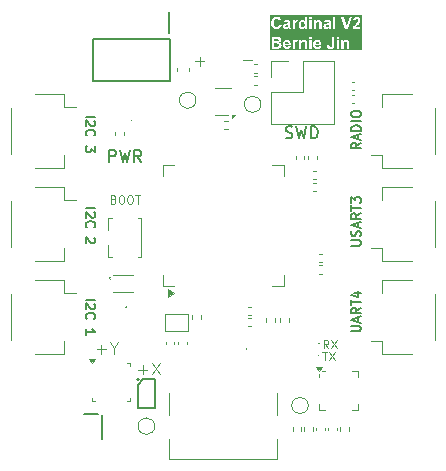
<source format=gbr>
%TF.GenerationSoftware,KiCad,Pcbnew,9.0.1*%
%TF.CreationDate,2025-05-02T13:40:16-04:00*%
%TF.ProjectId,Control Board V2,436f6e74-726f-46c2-9042-6f6172642056,rev?*%
%TF.SameCoordinates,Original*%
%TF.FileFunction,Legend,Top*%
%TF.FilePolarity,Positive*%
%FSLAX46Y46*%
G04 Gerber Fmt 4.6, Leading zero omitted, Abs format (unit mm)*
G04 Created by KiCad (PCBNEW 9.0.1) date 2025-05-02 13:40:16*
%MOMM*%
%LPD*%
G01*
G04 APERTURE LIST*
%ADD10C,0.150000*%
%ADD11C,0.100000*%
%ADD12C,0.120000*%
%ADD13C,0.200000*%
%ADD14C,0.050000*%
%ADD15C,0.049340*%
G04 APERTURE END LIST*
D10*
X80289160Y-104572200D02*
X80432017Y-104619819D01*
X80432017Y-104619819D02*
X80670112Y-104619819D01*
X80670112Y-104619819D02*
X80765350Y-104572200D01*
X80765350Y-104572200D02*
X80812969Y-104524580D01*
X80812969Y-104524580D02*
X80860588Y-104429342D01*
X80860588Y-104429342D02*
X80860588Y-104334104D01*
X80860588Y-104334104D02*
X80812969Y-104238866D01*
X80812969Y-104238866D02*
X80765350Y-104191247D01*
X80765350Y-104191247D02*
X80670112Y-104143628D01*
X80670112Y-104143628D02*
X80479636Y-104096009D01*
X80479636Y-104096009D02*
X80384398Y-104048390D01*
X80384398Y-104048390D02*
X80336779Y-104000771D01*
X80336779Y-104000771D02*
X80289160Y-103905533D01*
X80289160Y-103905533D02*
X80289160Y-103810295D01*
X80289160Y-103810295D02*
X80336779Y-103715057D01*
X80336779Y-103715057D02*
X80384398Y-103667438D01*
X80384398Y-103667438D02*
X80479636Y-103619819D01*
X80479636Y-103619819D02*
X80717731Y-103619819D01*
X80717731Y-103619819D02*
X80860588Y-103667438D01*
X81193922Y-103619819D02*
X81432017Y-104619819D01*
X81432017Y-104619819D02*
X81622493Y-103905533D01*
X81622493Y-103905533D02*
X81812969Y-104619819D01*
X81812969Y-104619819D02*
X82051065Y-103619819D01*
X82432017Y-104619819D02*
X82432017Y-103619819D01*
X82432017Y-103619819D02*
X82670112Y-103619819D01*
X82670112Y-103619819D02*
X82812969Y-103667438D01*
X82812969Y-103667438D02*
X82908207Y-103762676D01*
X82908207Y-103762676D02*
X82955826Y-103857914D01*
X82955826Y-103857914D02*
X83003445Y-104048390D01*
X83003445Y-104048390D02*
X83003445Y-104191247D01*
X83003445Y-104191247D02*
X82955826Y-104381723D01*
X82955826Y-104381723D02*
X82908207Y-104476961D01*
X82908207Y-104476961D02*
X82812969Y-104572200D01*
X82812969Y-104572200D02*
X82670112Y-104619819D01*
X82670112Y-104619819D02*
X82432017Y-104619819D01*
D11*
X65715789Y-109792466D02*
X65815789Y-109825800D01*
X65815789Y-109825800D02*
X65849122Y-109859133D01*
X65849122Y-109859133D02*
X65882455Y-109925800D01*
X65882455Y-109925800D02*
X65882455Y-110025800D01*
X65882455Y-110025800D02*
X65849122Y-110092466D01*
X65849122Y-110092466D02*
X65815789Y-110125800D01*
X65815789Y-110125800D02*
X65749122Y-110159133D01*
X65749122Y-110159133D02*
X65482455Y-110159133D01*
X65482455Y-110159133D02*
X65482455Y-109459133D01*
X65482455Y-109459133D02*
X65715789Y-109459133D01*
X65715789Y-109459133D02*
X65782455Y-109492466D01*
X65782455Y-109492466D02*
X65815789Y-109525800D01*
X65815789Y-109525800D02*
X65849122Y-109592466D01*
X65849122Y-109592466D02*
X65849122Y-109659133D01*
X65849122Y-109659133D02*
X65815789Y-109725800D01*
X65815789Y-109725800D02*
X65782455Y-109759133D01*
X65782455Y-109759133D02*
X65715789Y-109792466D01*
X65715789Y-109792466D02*
X65482455Y-109792466D01*
X66315789Y-109459133D02*
X66449122Y-109459133D01*
X66449122Y-109459133D02*
X66515789Y-109492466D01*
X66515789Y-109492466D02*
X66582455Y-109559133D01*
X66582455Y-109559133D02*
X66615789Y-109692466D01*
X66615789Y-109692466D02*
X66615789Y-109925800D01*
X66615789Y-109925800D02*
X66582455Y-110059133D01*
X66582455Y-110059133D02*
X66515789Y-110125800D01*
X66515789Y-110125800D02*
X66449122Y-110159133D01*
X66449122Y-110159133D02*
X66315789Y-110159133D01*
X66315789Y-110159133D02*
X66249122Y-110125800D01*
X66249122Y-110125800D02*
X66182455Y-110059133D01*
X66182455Y-110059133D02*
X66149122Y-109925800D01*
X66149122Y-109925800D02*
X66149122Y-109692466D01*
X66149122Y-109692466D02*
X66182455Y-109559133D01*
X66182455Y-109559133D02*
X66249122Y-109492466D01*
X66249122Y-109492466D02*
X66315789Y-109459133D01*
X67049122Y-109459133D02*
X67182455Y-109459133D01*
X67182455Y-109459133D02*
X67249122Y-109492466D01*
X67249122Y-109492466D02*
X67315788Y-109559133D01*
X67315788Y-109559133D02*
X67349122Y-109692466D01*
X67349122Y-109692466D02*
X67349122Y-109925800D01*
X67349122Y-109925800D02*
X67315788Y-110059133D01*
X67315788Y-110059133D02*
X67249122Y-110125800D01*
X67249122Y-110125800D02*
X67182455Y-110159133D01*
X67182455Y-110159133D02*
X67049122Y-110159133D01*
X67049122Y-110159133D02*
X66982455Y-110125800D01*
X66982455Y-110125800D02*
X66915788Y-110059133D01*
X66915788Y-110059133D02*
X66882455Y-109925800D01*
X66882455Y-109925800D02*
X66882455Y-109692466D01*
X66882455Y-109692466D02*
X66915788Y-109559133D01*
X66915788Y-109559133D02*
X66982455Y-109492466D01*
X66982455Y-109492466D02*
X67049122Y-109459133D01*
X67549121Y-109459133D02*
X67949121Y-109459133D01*
X67749121Y-110159133D02*
X67749121Y-109459133D01*
D10*
X86644295Y-105003696D02*
X86263342Y-105270363D01*
X86644295Y-105460839D02*
X85844295Y-105460839D01*
X85844295Y-105460839D02*
X85844295Y-105156077D01*
X85844295Y-105156077D02*
X85882390Y-105079887D01*
X85882390Y-105079887D02*
X85920485Y-105041792D01*
X85920485Y-105041792D02*
X85996676Y-105003696D01*
X85996676Y-105003696D02*
X86110961Y-105003696D01*
X86110961Y-105003696D02*
X86187152Y-105041792D01*
X86187152Y-105041792D02*
X86225247Y-105079887D01*
X86225247Y-105079887D02*
X86263342Y-105156077D01*
X86263342Y-105156077D02*
X86263342Y-105460839D01*
X86415723Y-104698935D02*
X86415723Y-104317982D01*
X86644295Y-104775125D02*
X85844295Y-104508458D01*
X85844295Y-104508458D02*
X86644295Y-104241792D01*
X86644295Y-103975125D02*
X85844295Y-103975125D01*
X85844295Y-103975125D02*
X85844295Y-103784649D01*
X85844295Y-103784649D02*
X85882390Y-103670363D01*
X85882390Y-103670363D02*
X85958580Y-103594173D01*
X85958580Y-103594173D02*
X86034771Y-103556078D01*
X86034771Y-103556078D02*
X86187152Y-103517982D01*
X86187152Y-103517982D02*
X86301438Y-103517982D01*
X86301438Y-103517982D02*
X86453819Y-103556078D01*
X86453819Y-103556078D02*
X86530009Y-103594173D01*
X86530009Y-103594173D02*
X86606200Y-103670363D01*
X86606200Y-103670363D02*
X86644295Y-103784649D01*
X86644295Y-103784649D02*
X86644295Y-103975125D01*
X86644295Y-103175125D02*
X85844295Y-103175125D01*
X85844295Y-102641792D02*
X85844295Y-102489411D01*
X85844295Y-102489411D02*
X85882390Y-102413221D01*
X85882390Y-102413221D02*
X85958580Y-102337030D01*
X85958580Y-102337030D02*
X86110961Y-102298935D01*
X86110961Y-102298935D02*
X86377628Y-102298935D01*
X86377628Y-102298935D02*
X86530009Y-102337030D01*
X86530009Y-102337030D02*
X86606200Y-102413221D01*
X86606200Y-102413221D02*
X86644295Y-102489411D01*
X86644295Y-102489411D02*
X86644295Y-102641792D01*
X86644295Y-102641792D02*
X86606200Y-102717983D01*
X86606200Y-102717983D02*
X86530009Y-102794173D01*
X86530009Y-102794173D02*
X86377628Y-102832269D01*
X86377628Y-102832269D02*
X86110961Y-102832269D01*
X86110961Y-102832269D02*
X85958580Y-102794173D01*
X85958580Y-102794173D02*
X85882390Y-102717983D01*
X85882390Y-102717983D02*
X85844295Y-102641792D01*
X65336779Y-106619819D02*
X65336779Y-105619819D01*
X65336779Y-105619819D02*
X65717731Y-105619819D01*
X65717731Y-105619819D02*
X65812969Y-105667438D01*
X65812969Y-105667438D02*
X65860588Y-105715057D01*
X65860588Y-105715057D02*
X65908207Y-105810295D01*
X65908207Y-105810295D02*
X65908207Y-105953152D01*
X65908207Y-105953152D02*
X65860588Y-106048390D01*
X65860588Y-106048390D02*
X65812969Y-106096009D01*
X65812969Y-106096009D02*
X65717731Y-106143628D01*
X65717731Y-106143628D02*
X65336779Y-106143628D01*
X66241541Y-105619819D02*
X66479636Y-106619819D01*
X66479636Y-106619819D02*
X66670112Y-105905533D01*
X66670112Y-105905533D02*
X66860588Y-106619819D01*
X66860588Y-106619819D02*
X67098684Y-105619819D01*
X68051064Y-106619819D02*
X67717731Y-106143628D01*
X67479636Y-106619819D02*
X67479636Y-105619819D01*
X67479636Y-105619819D02*
X67860588Y-105619819D01*
X67860588Y-105619819D02*
X67955826Y-105667438D01*
X67955826Y-105667438D02*
X68003445Y-105715057D01*
X68003445Y-105715057D02*
X68051064Y-105810295D01*
X68051064Y-105810295D02*
X68051064Y-105953152D01*
X68051064Y-105953152D02*
X68003445Y-106048390D01*
X68003445Y-106048390D02*
X67955826Y-106096009D01*
X67955826Y-106096009D02*
X67860588Y-106143628D01*
X67860588Y-106143628D02*
X67479636Y-106143628D01*
X63355704Y-110539160D02*
X64155704Y-110539160D01*
X64079514Y-110882016D02*
X64117609Y-110920112D01*
X64117609Y-110920112D02*
X64155704Y-110996302D01*
X64155704Y-110996302D02*
X64155704Y-111186778D01*
X64155704Y-111186778D02*
X64117609Y-111262969D01*
X64117609Y-111262969D02*
X64079514Y-111301064D01*
X64079514Y-111301064D02*
X64003323Y-111339159D01*
X64003323Y-111339159D02*
X63927133Y-111339159D01*
X63927133Y-111339159D02*
X63812847Y-111301064D01*
X63812847Y-111301064D02*
X63355704Y-110843921D01*
X63355704Y-110843921D02*
X63355704Y-111339159D01*
X63431895Y-112139160D02*
X63393800Y-112101064D01*
X63393800Y-112101064D02*
X63355704Y-111986779D01*
X63355704Y-111986779D02*
X63355704Y-111910588D01*
X63355704Y-111910588D02*
X63393800Y-111796302D01*
X63393800Y-111796302D02*
X63469990Y-111720112D01*
X63469990Y-111720112D02*
X63546180Y-111682017D01*
X63546180Y-111682017D02*
X63698561Y-111643921D01*
X63698561Y-111643921D02*
X63812847Y-111643921D01*
X63812847Y-111643921D02*
X63965228Y-111682017D01*
X63965228Y-111682017D02*
X64041419Y-111720112D01*
X64041419Y-111720112D02*
X64117609Y-111796302D01*
X64117609Y-111796302D02*
X64155704Y-111910588D01*
X64155704Y-111910588D02*
X64155704Y-111986779D01*
X64155704Y-111986779D02*
X64117609Y-112101064D01*
X64117609Y-112101064D02*
X64079514Y-112139160D01*
X64079514Y-113053445D02*
X64117609Y-113091541D01*
X64117609Y-113091541D02*
X64155704Y-113167731D01*
X64155704Y-113167731D02*
X64155704Y-113358207D01*
X64155704Y-113358207D02*
X64117609Y-113434398D01*
X64117609Y-113434398D02*
X64079514Y-113472493D01*
X64079514Y-113472493D02*
X64003323Y-113510588D01*
X64003323Y-113510588D02*
X63927133Y-113510588D01*
X63927133Y-113510588D02*
X63812847Y-113472493D01*
X63812847Y-113472493D02*
X63355704Y-113015350D01*
X63355704Y-113015350D02*
X63355704Y-113510588D01*
X63355704Y-102789160D02*
X64155704Y-102789160D01*
X64079514Y-103132016D02*
X64117609Y-103170112D01*
X64117609Y-103170112D02*
X64155704Y-103246302D01*
X64155704Y-103246302D02*
X64155704Y-103436778D01*
X64155704Y-103436778D02*
X64117609Y-103512969D01*
X64117609Y-103512969D02*
X64079514Y-103551064D01*
X64079514Y-103551064D02*
X64003323Y-103589159D01*
X64003323Y-103589159D02*
X63927133Y-103589159D01*
X63927133Y-103589159D02*
X63812847Y-103551064D01*
X63812847Y-103551064D02*
X63355704Y-103093921D01*
X63355704Y-103093921D02*
X63355704Y-103589159D01*
X63431895Y-104389160D02*
X63393800Y-104351064D01*
X63393800Y-104351064D02*
X63355704Y-104236779D01*
X63355704Y-104236779D02*
X63355704Y-104160588D01*
X63355704Y-104160588D02*
X63393800Y-104046302D01*
X63393800Y-104046302D02*
X63469990Y-103970112D01*
X63469990Y-103970112D02*
X63546180Y-103932017D01*
X63546180Y-103932017D02*
X63698561Y-103893921D01*
X63698561Y-103893921D02*
X63812847Y-103893921D01*
X63812847Y-103893921D02*
X63965228Y-103932017D01*
X63965228Y-103932017D02*
X64041419Y-103970112D01*
X64041419Y-103970112D02*
X64117609Y-104046302D01*
X64117609Y-104046302D02*
X64155704Y-104160588D01*
X64155704Y-104160588D02*
X64155704Y-104236779D01*
X64155704Y-104236779D02*
X64117609Y-104351064D01*
X64117609Y-104351064D02*
X64079514Y-104389160D01*
X64155704Y-105265350D02*
X64155704Y-105760588D01*
X64155704Y-105760588D02*
X63850942Y-105493922D01*
X63850942Y-105493922D02*
X63850942Y-105608207D01*
X63850942Y-105608207D02*
X63812847Y-105684398D01*
X63812847Y-105684398D02*
X63774752Y-105722493D01*
X63774752Y-105722493D02*
X63698561Y-105760588D01*
X63698561Y-105760588D02*
X63508085Y-105760588D01*
X63508085Y-105760588D02*
X63431895Y-105722493D01*
X63431895Y-105722493D02*
X63393800Y-105684398D01*
X63393800Y-105684398D02*
X63355704Y-105608207D01*
X63355704Y-105608207D02*
X63355704Y-105379636D01*
X63355704Y-105379636D02*
X63393800Y-105303445D01*
X63393800Y-105303445D02*
X63431895Y-105265350D01*
D11*
X67803884Y-124241466D02*
X68565789Y-124241466D01*
X68184836Y-124622419D02*
X68184836Y-123860514D01*
X68946741Y-123622419D02*
X69613407Y-124622419D01*
X69613407Y-123622419D02*
X68946741Y-124622419D01*
D10*
X85844295Y-113710839D02*
X86491914Y-113710839D01*
X86491914Y-113710839D02*
X86568104Y-113672744D01*
X86568104Y-113672744D02*
X86606200Y-113634649D01*
X86606200Y-113634649D02*
X86644295Y-113558458D01*
X86644295Y-113558458D02*
X86644295Y-113406077D01*
X86644295Y-113406077D02*
X86606200Y-113329887D01*
X86606200Y-113329887D02*
X86568104Y-113291792D01*
X86568104Y-113291792D02*
X86491914Y-113253696D01*
X86491914Y-113253696D02*
X85844295Y-113253696D01*
X86606200Y-112910840D02*
X86644295Y-112796554D01*
X86644295Y-112796554D02*
X86644295Y-112606078D01*
X86644295Y-112606078D02*
X86606200Y-112529887D01*
X86606200Y-112529887D02*
X86568104Y-112491792D01*
X86568104Y-112491792D02*
X86491914Y-112453697D01*
X86491914Y-112453697D02*
X86415723Y-112453697D01*
X86415723Y-112453697D02*
X86339533Y-112491792D01*
X86339533Y-112491792D02*
X86301438Y-112529887D01*
X86301438Y-112529887D02*
X86263342Y-112606078D01*
X86263342Y-112606078D02*
X86225247Y-112758459D01*
X86225247Y-112758459D02*
X86187152Y-112834649D01*
X86187152Y-112834649D02*
X86149057Y-112872744D01*
X86149057Y-112872744D02*
X86072866Y-112910840D01*
X86072866Y-112910840D02*
X85996676Y-112910840D01*
X85996676Y-112910840D02*
X85920485Y-112872744D01*
X85920485Y-112872744D02*
X85882390Y-112834649D01*
X85882390Y-112834649D02*
X85844295Y-112758459D01*
X85844295Y-112758459D02*
X85844295Y-112567982D01*
X85844295Y-112567982D02*
X85882390Y-112453697D01*
X86415723Y-112148935D02*
X86415723Y-111767982D01*
X86644295Y-112225125D02*
X85844295Y-111958458D01*
X85844295Y-111958458D02*
X86644295Y-111691792D01*
X86644295Y-110967982D02*
X86263342Y-111234649D01*
X86644295Y-111425125D02*
X85844295Y-111425125D01*
X85844295Y-111425125D02*
X85844295Y-111120363D01*
X85844295Y-111120363D02*
X85882390Y-111044173D01*
X85882390Y-111044173D02*
X85920485Y-111006078D01*
X85920485Y-111006078D02*
X85996676Y-110967982D01*
X85996676Y-110967982D02*
X86110961Y-110967982D01*
X86110961Y-110967982D02*
X86187152Y-111006078D01*
X86187152Y-111006078D02*
X86225247Y-111044173D01*
X86225247Y-111044173D02*
X86263342Y-111120363D01*
X86263342Y-111120363D02*
X86263342Y-111425125D01*
X85844295Y-110739411D02*
X85844295Y-110282268D01*
X86644295Y-110510840D02*
X85844295Y-110510840D01*
X85844295Y-110091792D02*
X85844295Y-109596554D01*
X85844295Y-109596554D02*
X86149057Y-109863220D01*
X86149057Y-109863220D02*
X86149057Y-109748935D01*
X86149057Y-109748935D02*
X86187152Y-109672744D01*
X86187152Y-109672744D02*
X86225247Y-109634649D01*
X86225247Y-109634649D02*
X86301438Y-109596554D01*
X86301438Y-109596554D02*
X86491914Y-109596554D01*
X86491914Y-109596554D02*
X86568104Y-109634649D01*
X86568104Y-109634649D02*
X86606200Y-109672744D01*
X86606200Y-109672744D02*
X86644295Y-109748935D01*
X86644295Y-109748935D02*
X86644295Y-109977506D01*
X86644295Y-109977506D02*
X86606200Y-110053697D01*
X86606200Y-110053697D02*
X86568104Y-110091792D01*
X85844295Y-120960839D02*
X86491914Y-120960839D01*
X86491914Y-120960839D02*
X86568104Y-120922744D01*
X86568104Y-120922744D02*
X86606200Y-120884649D01*
X86606200Y-120884649D02*
X86644295Y-120808458D01*
X86644295Y-120808458D02*
X86644295Y-120656077D01*
X86644295Y-120656077D02*
X86606200Y-120579887D01*
X86606200Y-120579887D02*
X86568104Y-120541792D01*
X86568104Y-120541792D02*
X86491914Y-120503696D01*
X86491914Y-120503696D02*
X85844295Y-120503696D01*
X86415723Y-120160840D02*
X86415723Y-119779887D01*
X86644295Y-120237030D02*
X85844295Y-119970363D01*
X85844295Y-119970363D02*
X86644295Y-119703697D01*
X86644295Y-118979887D02*
X86263342Y-119246554D01*
X86644295Y-119437030D02*
X85844295Y-119437030D01*
X85844295Y-119437030D02*
X85844295Y-119132268D01*
X85844295Y-119132268D02*
X85882390Y-119056078D01*
X85882390Y-119056078D02*
X85920485Y-119017983D01*
X85920485Y-119017983D02*
X85996676Y-118979887D01*
X85996676Y-118979887D02*
X86110961Y-118979887D01*
X86110961Y-118979887D02*
X86187152Y-119017983D01*
X86187152Y-119017983D02*
X86225247Y-119056078D01*
X86225247Y-119056078D02*
X86263342Y-119132268D01*
X86263342Y-119132268D02*
X86263342Y-119437030D01*
X85844295Y-118751316D02*
X85844295Y-118294173D01*
X86644295Y-118522745D02*
X85844295Y-118522745D01*
X86110961Y-117684649D02*
X86644295Y-117684649D01*
X85806200Y-117875125D02*
X86377628Y-118065602D01*
X86377628Y-118065602D02*
X86377628Y-117570363D01*
X63355704Y-118289160D02*
X64155704Y-118289160D01*
X64079514Y-118632016D02*
X64117609Y-118670112D01*
X64117609Y-118670112D02*
X64155704Y-118746302D01*
X64155704Y-118746302D02*
X64155704Y-118936778D01*
X64155704Y-118936778D02*
X64117609Y-119012969D01*
X64117609Y-119012969D02*
X64079514Y-119051064D01*
X64079514Y-119051064D02*
X64003323Y-119089159D01*
X64003323Y-119089159D02*
X63927133Y-119089159D01*
X63927133Y-119089159D02*
X63812847Y-119051064D01*
X63812847Y-119051064D02*
X63355704Y-118593921D01*
X63355704Y-118593921D02*
X63355704Y-119089159D01*
X63431895Y-119889160D02*
X63393800Y-119851064D01*
X63393800Y-119851064D02*
X63355704Y-119736779D01*
X63355704Y-119736779D02*
X63355704Y-119660588D01*
X63355704Y-119660588D02*
X63393800Y-119546302D01*
X63393800Y-119546302D02*
X63469990Y-119470112D01*
X63469990Y-119470112D02*
X63546180Y-119432017D01*
X63546180Y-119432017D02*
X63698561Y-119393921D01*
X63698561Y-119393921D02*
X63812847Y-119393921D01*
X63812847Y-119393921D02*
X63965228Y-119432017D01*
X63965228Y-119432017D02*
X64041419Y-119470112D01*
X64041419Y-119470112D02*
X64117609Y-119546302D01*
X64117609Y-119546302D02*
X64155704Y-119660588D01*
X64155704Y-119660588D02*
X64155704Y-119736779D01*
X64155704Y-119736779D02*
X64117609Y-119851064D01*
X64117609Y-119851064D02*
X64079514Y-119889160D01*
X63355704Y-121260588D02*
X63355704Y-120803445D01*
X63355704Y-121032017D02*
X64155704Y-121032017D01*
X64155704Y-121032017D02*
X64041419Y-120955826D01*
X64041419Y-120955826D02*
X63965228Y-120879636D01*
X63965228Y-120879636D02*
X63927133Y-120803445D01*
D12*
X83395613Y-122708093D02*
X83795613Y-122708093D01*
X83595613Y-123408093D02*
X83595613Y-122708093D01*
X83962280Y-122708093D02*
X84428946Y-123408093D01*
X84428946Y-122708093D02*
X83962280Y-123408093D01*
X83895613Y-122408093D02*
X83662280Y-122074760D01*
X83495613Y-122408093D02*
X83495613Y-121708093D01*
X83495613Y-121708093D02*
X83762280Y-121708093D01*
X83762280Y-121708093D02*
X83828947Y-121741426D01*
X83828947Y-121741426D02*
X83862280Y-121774760D01*
X83862280Y-121774760D02*
X83895613Y-121841426D01*
X83895613Y-121841426D02*
X83895613Y-121941426D01*
X83895613Y-121941426D02*
X83862280Y-122008093D01*
X83862280Y-122008093D02*
X83828947Y-122041426D01*
X83828947Y-122041426D02*
X83762280Y-122074760D01*
X83762280Y-122074760D02*
X83495613Y-122074760D01*
X84128947Y-121708093D02*
X84595613Y-122408093D01*
X84595613Y-121708093D02*
X84128947Y-122408093D01*
D13*
G36*
X80436178Y-96436990D02*
G01*
X80469012Y-96451385D01*
X80498613Y-96475935D01*
X80520580Y-96507595D01*
X80535290Y-96549331D01*
X80541660Y-96604040D01*
X80254736Y-96604040D01*
X80259355Y-96552563D01*
X80273048Y-96511423D01*
X80295036Y-96478377D01*
X80324906Y-96452587D01*
X80359047Y-96437336D01*
X80398900Y-96432093D01*
X80436178Y-96436990D01*
G37*
G36*
X83001705Y-96436990D02*
G01*
X83034539Y-96451385D01*
X83064139Y-96475935D01*
X83086107Y-96507595D01*
X83100817Y-96549331D01*
X83107187Y-96604040D01*
X82820263Y-96604040D01*
X82824881Y-96552563D01*
X82838575Y-96511423D01*
X82860563Y-96478377D01*
X82890433Y-96452587D01*
X82924574Y-96437336D01*
X82964427Y-96432093D01*
X83001705Y-96436990D01*
G37*
G36*
X79594003Y-96597035D02*
G01*
X79647243Y-96606788D01*
X79684223Y-96625893D01*
X79710441Y-96652889D01*
X79726605Y-96687149D01*
X79732301Y-96729886D01*
X79728862Y-96764619D01*
X79719248Y-96792703D01*
X79703907Y-96815554D01*
X79671720Y-96841401D01*
X79630512Y-96855793D01*
X79591384Y-96859906D01*
X79491844Y-96861960D01*
X79304692Y-96861960D01*
X79304692Y-96592316D01*
X79467969Y-96592316D01*
X79594003Y-96597035D01*
G37*
G36*
X79593632Y-96197131D02*
G01*
X79626045Y-96204231D01*
X79650906Y-96216036D01*
X79669774Y-96232180D01*
X79688709Y-96264531D01*
X79695420Y-96307285D01*
X79691914Y-96338249D01*
X79681959Y-96363818D01*
X79665683Y-96385198D01*
X79631606Y-96408379D01*
X79584106Y-96420858D01*
X79437194Y-96424277D01*
X79304692Y-96424277D01*
X79304692Y-96193712D01*
X79420830Y-96193712D01*
X79593632Y-96197131D01*
G37*
G36*
X80510886Y-95040605D02*
G01*
X80508518Y-95104377D01*
X80503375Y-95134638D01*
X80486757Y-95169044D01*
X80457580Y-95198447D01*
X80424872Y-95217863D01*
X80392079Y-95229070D01*
X80358539Y-95232763D01*
X80328770Y-95229336D01*
X80303615Y-95219507D01*
X80282030Y-95203271D01*
X80265176Y-95182108D01*
X80255322Y-95159021D01*
X80251988Y-95133234D01*
X80256065Y-95107679D01*
X80268199Y-95085375D01*
X80289541Y-95065334D01*
X80321482Y-95050842D01*
X80394077Y-95031690D01*
X80510886Y-95002198D01*
X80510886Y-95040605D01*
G37*
G36*
X81790255Y-94758372D02*
G01*
X81828162Y-94776745D01*
X81861427Y-94808208D01*
X81884492Y-94848403D01*
X81900410Y-94907437D01*
X81906550Y-94991817D01*
X81900515Y-95066798D01*
X81884383Y-95122572D01*
X81860083Y-95163581D01*
X81825995Y-95196175D01*
X81788908Y-95214800D01*
X81747365Y-95221039D01*
X81707937Y-95216228D01*
X81673935Y-95202264D01*
X81644040Y-95178850D01*
X81617611Y-95144408D01*
X81601416Y-95107310D01*
X81589955Y-95052160D01*
X81585493Y-94972950D01*
X81591461Y-94900810D01*
X81607439Y-94847075D01*
X81631594Y-94807475D01*
X81665389Y-94776301D01*
X81703023Y-94758222D01*
X81746022Y-94752093D01*
X81790255Y-94758372D01*
G37*
G36*
X83931263Y-95040605D02*
G01*
X83928895Y-95104377D01*
X83923752Y-95134638D01*
X83907134Y-95169044D01*
X83877957Y-95198447D01*
X83845249Y-95217863D01*
X83812456Y-95229070D01*
X83778916Y-95232763D01*
X83749147Y-95229336D01*
X83723992Y-95219507D01*
X83702407Y-95203271D01*
X83685553Y-95182108D01*
X83675699Y-95159021D01*
X83672365Y-95133234D01*
X83676442Y-95107679D01*
X83688575Y-95085375D01*
X83709918Y-95065334D01*
X83741859Y-95050842D01*
X83814453Y-95031690D01*
X83931263Y-95002198D01*
X83931263Y-95040605D01*
G37*
G36*
X86737716Y-97160650D02*
G01*
X78955139Y-97160650D01*
X78955139Y-96424277D01*
X79102459Y-96424277D01*
X79102459Y-96861960D01*
X79102459Y-97030000D01*
X79443300Y-97030000D01*
X79619320Y-97027051D01*
X79687177Y-97023161D01*
X79739682Y-97013480D01*
X79784495Y-96997473D01*
X79822793Y-96975533D01*
X79856597Y-96947082D01*
X79885447Y-96912785D01*
X79909560Y-96871974D01*
X79927343Y-96827916D01*
X79937829Y-96783623D01*
X79941311Y-96738618D01*
X79935668Y-96682245D01*
X79932329Y-96672062D01*
X80054579Y-96672062D01*
X80059494Y-96748313D01*
X80073508Y-96814917D01*
X80095873Y-96873307D01*
X80126325Y-96924670D01*
X80165512Y-96968633D01*
X80211827Y-97002886D01*
X80266290Y-97028039D01*
X80330464Y-97043911D01*
X80406350Y-97049539D01*
X80484331Y-97042836D01*
X80549926Y-97023893D01*
X80605469Y-96993607D01*
X80652852Y-96951703D01*
X80691642Y-96898081D01*
X80721973Y-96830697D01*
X80530730Y-96799434D01*
X80510180Y-96847351D01*
X80484263Y-96876981D01*
X80450647Y-96894800D01*
X80408426Y-96901039D01*
X80366301Y-96895677D01*
X80329898Y-96880063D01*
X80297784Y-96853717D01*
X80273747Y-96819639D01*
X80257978Y-96776333D01*
X80251317Y-96721277D01*
X80732231Y-96721277D01*
X80729268Y-96628633D01*
X80717727Y-96551504D01*
X80698936Y-96487549D01*
X80673793Y-96434714D01*
X80642716Y-96391304D01*
X80592394Y-96344712D01*
X80534197Y-96311426D01*
X80506971Y-96303133D01*
X80880059Y-96303133D01*
X80880059Y-97030000D01*
X81072034Y-97030000D01*
X81072034Y-96804075D01*
X81077226Y-96633211D01*
X81088093Y-96558855D01*
X81108695Y-96506543D01*
X81132117Y-96477950D01*
X81162710Y-96461309D01*
X81200444Y-96455540D01*
X81241942Y-96462738D01*
X81290631Y-96486926D01*
X81350043Y-96319741D01*
X81315965Y-96303133D01*
X81431071Y-96303133D01*
X81431071Y-97030000D01*
X81623046Y-97030000D01*
X81623046Y-96699783D01*
X81627629Y-96587163D01*
X81637700Y-96532294D01*
X81658605Y-96491512D01*
X81692044Y-96459570D01*
X81734039Y-96439019D01*
X81781498Y-96432093D01*
X81818240Y-96437079D01*
X81848115Y-96451327D01*
X81871708Y-96474126D01*
X81888049Y-96505244D01*
X81896345Y-96550138D01*
X81900383Y-96657957D01*
X81900383Y-97030000D01*
X82092358Y-97030000D01*
X82287325Y-97030000D01*
X82479239Y-97030000D01*
X82479239Y-96672062D01*
X82620106Y-96672062D01*
X82625021Y-96748313D01*
X82639035Y-96814917D01*
X82661400Y-96873307D01*
X82691852Y-96924670D01*
X82731039Y-96968633D01*
X82777354Y-97002886D01*
X82831817Y-97028039D01*
X82895991Y-97043911D01*
X82971877Y-97049539D01*
X83049858Y-97042836D01*
X83115453Y-97023893D01*
X83170996Y-96993607D01*
X83218378Y-96951703D01*
X83257169Y-96898081D01*
X83287500Y-96830697D01*
X83096257Y-96799434D01*
X83075707Y-96847351D01*
X83049790Y-96876981D01*
X83016174Y-96894800D01*
X82973953Y-96901039D01*
X82931827Y-96895677D01*
X82895425Y-96880063D01*
X82863311Y-96853717D01*
X82839274Y-96819639D01*
X82823505Y-96776333D01*
X82816844Y-96721277D01*
X83297758Y-96721277D01*
X83766154Y-96721277D01*
X83772240Y-96802392D01*
X83788452Y-96868532D01*
X83813447Y-96922400D01*
X83846755Y-96966130D01*
X83889136Y-97001417D01*
X83940033Y-97027299D01*
X84001179Y-97043690D01*
X84074877Y-97049539D01*
X84157686Y-97042962D01*
X84205261Y-97030000D01*
X84620333Y-97030000D01*
X84812247Y-97030000D01*
X84812247Y-96303133D01*
X85007763Y-96303133D01*
X85007763Y-97030000D01*
X85199738Y-97030000D01*
X85199738Y-96699783D01*
X85204321Y-96587163D01*
X85214392Y-96532294D01*
X85235297Y-96491512D01*
X85268736Y-96459570D01*
X85310732Y-96439019D01*
X85358190Y-96432093D01*
X85394932Y-96437079D01*
X85424808Y-96451327D01*
X85448400Y-96474126D01*
X85464741Y-96505244D01*
X85473037Y-96550138D01*
X85477076Y-96657957D01*
X85477076Y-97030000D01*
X85669050Y-97030000D01*
X85669050Y-96576379D01*
X85665973Y-96496755D01*
X85658426Y-96446503D01*
X85643665Y-96403351D01*
X85620874Y-96365415D01*
X85588728Y-96333758D01*
X85541250Y-96306613D01*
X85486666Y-96289492D01*
X85425174Y-96283593D01*
X85369559Y-96288622D01*
X85318720Y-96303364D01*
X85271631Y-96327849D01*
X85227547Y-96362820D01*
X85186060Y-96409684D01*
X85186060Y-96303133D01*
X85007763Y-96303133D01*
X84812247Y-96303133D01*
X84620333Y-96303133D01*
X84620333Y-97030000D01*
X84205261Y-97030000D01*
X84224508Y-97024756D01*
X84278454Y-96996355D01*
X84324828Y-96956759D01*
X84360055Y-96910044D01*
X84385005Y-96855183D01*
X84396166Y-96809547D01*
X84403922Y-96746850D01*
X84406864Y-96662903D01*
X84406864Y-96201528D01*
X84620333Y-96201528D01*
X84812247Y-96201528D01*
X84812247Y-96025673D01*
X84620333Y-96025673D01*
X84620333Y-96201528D01*
X84406864Y-96201528D01*
X84406864Y-96025673D01*
X84205364Y-96025673D01*
X84205364Y-96677313D01*
X84201105Y-96760147D01*
X84190803Y-96810517D01*
X84177337Y-96838757D01*
X84155748Y-96859392D01*
X84124974Y-96872640D01*
X84081716Y-96877592D01*
X84040134Y-96871338D01*
X84007652Y-96853571D01*
X83982004Y-96823553D01*
X83970832Y-96798513D01*
X83961924Y-96759551D01*
X83956725Y-96701737D01*
X83766154Y-96721277D01*
X83297758Y-96721277D01*
X83294794Y-96628633D01*
X83283254Y-96551504D01*
X83264463Y-96487549D01*
X83239320Y-96434714D01*
X83208243Y-96391304D01*
X83157921Y-96344712D01*
X83099724Y-96311426D01*
X83032091Y-96290825D01*
X82952765Y-96283593D01*
X82882722Y-96290261D01*
X82820644Y-96309597D01*
X82764902Y-96341447D01*
X82714384Y-96386786D01*
X82674656Y-96440678D01*
X82645332Y-96504766D01*
X82626731Y-96581047D01*
X82625057Y-96604040D01*
X82620106Y-96672062D01*
X82479239Y-96672062D01*
X82479239Y-96303133D01*
X82287325Y-96303133D01*
X82287325Y-97030000D01*
X82092358Y-97030000D01*
X82092358Y-96576379D01*
X82089281Y-96496755D01*
X82081734Y-96446503D01*
X82066973Y-96403351D01*
X82044181Y-96365415D01*
X82012035Y-96333758D01*
X81964558Y-96306613D01*
X81909973Y-96289492D01*
X81848482Y-96283593D01*
X81792866Y-96288622D01*
X81742028Y-96303364D01*
X81694939Y-96327849D01*
X81650855Y-96362820D01*
X81609368Y-96409684D01*
X81609368Y-96303133D01*
X81431071Y-96303133D01*
X81315965Y-96303133D01*
X81308340Y-96299417D01*
X81266416Y-96287531D01*
X81223647Y-96283593D01*
X81179445Y-96289867D01*
X81140666Y-96308384D01*
X81105459Y-96341009D01*
X81058356Y-96406264D01*
X81058356Y-96303133D01*
X80880059Y-96303133D01*
X80506971Y-96303133D01*
X80466564Y-96290825D01*
X80387238Y-96283593D01*
X80317195Y-96290261D01*
X80255118Y-96309597D01*
X80199375Y-96341447D01*
X80148857Y-96386786D01*
X80109129Y-96440678D01*
X80079805Y-96504766D01*
X80061204Y-96581047D01*
X80059530Y-96604040D01*
X80054579Y-96672062D01*
X79932329Y-96672062D01*
X79919261Y-96632202D01*
X79892096Y-96587126D01*
X79855612Y-96549151D01*
X79809326Y-96518744D01*
X79751413Y-96495901D01*
X79791905Y-96472856D01*
X79825959Y-96443581D01*
X79854239Y-96407608D01*
X79875335Y-96366996D01*
X79887909Y-96324126D01*
X79892158Y-96278220D01*
X79888643Y-96235715D01*
X79879603Y-96201528D01*
X82287325Y-96201528D01*
X82479239Y-96201528D01*
X82479239Y-96025673D01*
X82287325Y-96025673D01*
X82287325Y-96201528D01*
X79879603Y-96201528D01*
X79878360Y-96196828D01*
X79861383Y-96160861D01*
X79826424Y-96113273D01*
X79784569Y-96077025D01*
X79735764Y-96051072D01*
X79680033Y-96035626D01*
X79614064Y-96028609D01*
X79502773Y-96025673D01*
X79102459Y-96025673D01*
X79102459Y-96424277D01*
X78955139Y-96424277D01*
X78955139Y-94856690D01*
X79066250Y-94856690D01*
X79072019Y-94952389D01*
X79088441Y-95035914D01*
X79114560Y-95108995D01*
X79149934Y-95173093D01*
X79194661Y-95229344D01*
X79248914Y-95278425D01*
X79307991Y-95316144D01*
X79372590Y-95343246D01*
X79443714Y-95359888D01*
X79522618Y-95365631D01*
X79603008Y-95360179D01*
X79673141Y-95344624D01*
X79734597Y-95319752D01*
X79788660Y-95285764D01*
X79835445Y-95242657D01*
X79876098Y-95188710D01*
X79894221Y-95153872D01*
X80060075Y-95153872D01*
X80064271Y-95199418D01*
X80076419Y-95239719D01*
X80096360Y-95275810D01*
X80124616Y-95308417D01*
X80158495Y-95334335D01*
X80198383Y-95353324D01*
X80245448Y-95365294D01*
X80301203Y-95369539D01*
X80363163Y-95363374D01*
X80420760Y-95345115D01*
X80474275Y-95315149D01*
X80525968Y-95271842D01*
X80532807Y-95294068D01*
X80551247Y-95350000D01*
X80741146Y-95350000D01*
X80719396Y-95298026D01*
X80706646Y-95252058D01*
X80700166Y-95200013D01*
X80697426Y-95110153D01*
X80699441Y-94884717D01*
X80695661Y-94799732D01*
X80686303Y-94744976D01*
X80673796Y-94711854D01*
X80653649Y-94683466D01*
X80624750Y-94657601D01*
X80585319Y-94634185D01*
X80554495Y-94623133D01*
X80880059Y-94623133D01*
X80880059Y-95350000D01*
X81072034Y-95350000D01*
X81072034Y-95124075D01*
X81076296Y-94983818D01*
X81389427Y-94983818D01*
X81395762Y-95075213D01*
X81413478Y-95151352D01*
X81441240Y-95214836D01*
X81478576Y-95267751D01*
X81526715Y-95313308D01*
X81577799Y-95344618D01*
X81632690Y-95363227D01*
X81692716Y-95369539D01*
X81753145Y-95361763D01*
X81814654Y-95337604D01*
X81852574Y-95313375D01*
X81887448Y-95282235D01*
X81919495Y-95243449D01*
X81919495Y-95350000D01*
X82097793Y-95350000D01*
X82287325Y-95350000D01*
X82479239Y-95350000D01*
X82479239Y-94623133D01*
X82674755Y-94623133D01*
X82674755Y-95350000D01*
X82866730Y-95350000D01*
X82866730Y-95019783D01*
X82871314Y-94907163D01*
X82881385Y-94852294D01*
X82902289Y-94811512D01*
X82935729Y-94779570D01*
X82977724Y-94759019D01*
X83025183Y-94752093D01*
X83061924Y-94757079D01*
X83091800Y-94771327D01*
X83115393Y-94794126D01*
X83131734Y-94825244D01*
X83140029Y-94870138D01*
X83144068Y-94977957D01*
X83144068Y-95350000D01*
X83336043Y-95350000D01*
X83336043Y-95153872D01*
X83480451Y-95153872D01*
X83484648Y-95199418D01*
X83496796Y-95239719D01*
X83516737Y-95275810D01*
X83544993Y-95308417D01*
X83578872Y-95334335D01*
X83618760Y-95353324D01*
X83665824Y-95365294D01*
X83721580Y-95369539D01*
X83783540Y-95363374D01*
X83841137Y-95345115D01*
X83894652Y-95315149D01*
X83946345Y-95271842D01*
X83953183Y-95294068D01*
X83971624Y-95350000D01*
X84161523Y-95350000D01*
X84308679Y-95350000D01*
X84500593Y-95350000D01*
X84500593Y-94345673D01*
X84985232Y-94345673D01*
X85343169Y-95350000D01*
X85559019Y-95350000D01*
X85953777Y-95350000D01*
X86626605Y-95350000D01*
X86626605Y-95170237D01*
X86245464Y-95170237D01*
X86284726Y-95117114D01*
X86399825Y-95006838D01*
X86482567Y-94927424D01*
X86525488Y-94879466D01*
X86572313Y-94812070D01*
X86602363Y-94751849D01*
X86620504Y-94689506D01*
X86626605Y-94623499D01*
X86621160Y-94565897D01*
X86605325Y-94514455D01*
X86579180Y-94467901D01*
X86541913Y-94425357D01*
X86497501Y-94391638D01*
X86445001Y-94366875D01*
X86382835Y-94351230D01*
X86308967Y-94345673D01*
X86241700Y-94350351D01*
X86182498Y-94363757D01*
X86130112Y-94385306D01*
X86083531Y-94414916D01*
X86045090Y-94452533D01*
X86014134Y-94501419D01*
X85990832Y-94563903D01*
X85976308Y-94643100D01*
X86167550Y-94662212D01*
X86175529Y-94607285D01*
X86189646Y-94568601D01*
X86208522Y-94542105D01*
X86234263Y-94522366D01*
X86265599Y-94510208D01*
X86304143Y-94505896D01*
X86343293Y-94510069D01*
X86374471Y-94521704D01*
X86399459Y-94540334D01*
X86417976Y-94565319D01*
X86429701Y-94597427D01*
X86433958Y-94638764D01*
X86429832Y-94676266D01*
X86417018Y-94715058D01*
X86394330Y-94755940D01*
X86351038Y-94806661D01*
X86235205Y-94919460D01*
X86129250Y-95023102D01*
X86060346Y-95101194D01*
X86019356Y-95158941D01*
X85987563Y-95220789D01*
X85965840Y-95284273D01*
X85953777Y-95350000D01*
X85559019Y-95350000D01*
X85917690Y-94345673D01*
X85703183Y-94345673D01*
X85457964Y-95088171D01*
X85204501Y-94345673D01*
X84985232Y-94345673D01*
X84500593Y-94345673D01*
X84308679Y-94345673D01*
X84308679Y-95350000D01*
X84161523Y-95350000D01*
X84139773Y-95298026D01*
X84127023Y-95252058D01*
X84120543Y-95200013D01*
X84117803Y-95110153D01*
X84119818Y-94884717D01*
X84116038Y-94799732D01*
X84106680Y-94744976D01*
X84094173Y-94711854D01*
X84074026Y-94683466D01*
X84045127Y-94657601D01*
X84005696Y-94634185D01*
X83962411Y-94618665D01*
X83900488Y-94607780D01*
X83814453Y-94603593D01*
X83741973Y-94607501D01*
X83683886Y-94618183D01*
X83637701Y-94634384D01*
X83601290Y-94655312D01*
X83559568Y-94694345D01*
X83525807Y-94746493D01*
X83500235Y-94814619D01*
X83674441Y-94845882D01*
X83696299Y-94799421D01*
X83720847Y-94772915D01*
X83753267Y-94757812D01*
X83800776Y-94752093D01*
X83851274Y-94755573D01*
X83883893Y-94764271D01*
X83903907Y-94776334D01*
X83918210Y-94794451D01*
X83927676Y-94820553D01*
X83931263Y-94857484D01*
X83931263Y-94877145D01*
X83868642Y-94897401D01*
X83744783Y-94924528D01*
X83651396Y-94947004D01*
X83592131Y-94969530D01*
X83559177Y-94989399D01*
X83531937Y-95013993D01*
X83509822Y-95043658D01*
X83493658Y-95077012D01*
X83483827Y-95113509D01*
X83482177Y-95133234D01*
X83480451Y-95153872D01*
X83336043Y-95153872D01*
X83336043Y-94896379D01*
X83332966Y-94816755D01*
X83325418Y-94766503D01*
X83310658Y-94723351D01*
X83287866Y-94685415D01*
X83255720Y-94653758D01*
X83208243Y-94626613D01*
X83153658Y-94609492D01*
X83092166Y-94603593D01*
X83036551Y-94608622D01*
X82985712Y-94623364D01*
X82938623Y-94647849D01*
X82894539Y-94682820D01*
X82853053Y-94729684D01*
X82853053Y-94623133D01*
X82674755Y-94623133D01*
X82479239Y-94623133D01*
X82287325Y-94623133D01*
X82287325Y-95350000D01*
X82097793Y-95350000D01*
X82097793Y-94521528D01*
X82287325Y-94521528D01*
X82479239Y-94521528D01*
X82479239Y-94345673D01*
X82287325Y-94345673D01*
X82287325Y-94521528D01*
X82097793Y-94521528D01*
X82097793Y-94345673D01*
X81905879Y-94345673D01*
X81905879Y-94704710D01*
X81857920Y-94659295D01*
X81807489Y-94628207D01*
X81753760Y-94609810D01*
X81695464Y-94603593D01*
X81631182Y-94609833D01*
X81574136Y-94627950D01*
X81522812Y-94657858D01*
X81476195Y-94700558D01*
X81440263Y-94750962D01*
X81413219Y-94813208D01*
X81395744Y-94889794D01*
X81390157Y-94972950D01*
X81389427Y-94983818D01*
X81076296Y-94983818D01*
X81077226Y-94953211D01*
X81088093Y-94878855D01*
X81108695Y-94826543D01*
X81132117Y-94797950D01*
X81162710Y-94781309D01*
X81200444Y-94775540D01*
X81241942Y-94782738D01*
X81290631Y-94806926D01*
X81350043Y-94639741D01*
X81308340Y-94619417D01*
X81266416Y-94607531D01*
X81223647Y-94603593D01*
X81179445Y-94609867D01*
X81140666Y-94628384D01*
X81105459Y-94661009D01*
X81058356Y-94726264D01*
X81058356Y-94623133D01*
X80880059Y-94623133D01*
X80554495Y-94623133D01*
X80542034Y-94618665D01*
X80480111Y-94607780D01*
X80394077Y-94603593D01*
X80321596Y-94607501D01*
X80263509Y-94618183D01*
X80217324Y-94634384D01*
X80180914Y-94655312D01*
X80139191Y-94694345D01*
X80105430Y-94746493D01*
X80079858Y-94814619D01*
X80254064Y-94845882D01*
X80275922Y-94799421D01*
X80300471Y-94772915D01*
X80332890Y-94757812D01*
X80380399Y-94752093D01*
X80430897Y-94755573D01*
X80463516Y-94764271D01*
X80483531Y-94776334D01*
X80497833Y-94794451D01*
X80507299Y-94820553D01*
X80510886Y-94857484D01*
X80510886Y-94877145D01*
X80448266Y-94897401D01*
X80324406Y-94924528D01*
X80231020Y-94947004D01*
X80171755Y-94969530D01*
X80138800Y-94989399D01*
X80111560Y-95013993D01*
X80089445Y-95043658D01*
X80073281Y-95077012D01*
X80063451Y-95113509D01*
X80061801Y-95133234D01*
X80060075Y-95153872D01*
X79894221Y-95153872D01*
X79910650Y-95122292D01*
X79938625Y-95041277D01*
X79742559Y-94978750D01*
X79720343Y-95050581D01*
X79692288Y-95103661D01*
X79659211Y-95141844D01*
X79618039Y-95170621D01*
X79572299Y-95187799D01*
X79520542Y-95193684D01*
X79467546Y-95188448D01*
X79421107Y-95173315D01*
X79379862Y-95148414D01*
X79342916Y-95112901D01*
X79315877Y-95071468D01*
X79294474Y-95015205D01*
X79280003Y-94940171D01*
X79274590Y-94841669D01*
X79279962Y-94749465D01*
X79294448Y-94678057D01*
X79316126Y-94623408D01*
X79343893Y-94582161D01*
X79381283Y-94547024D01*
X79423177Y-94522292D01*
X79470499Y-94507215D01*
X79524633Y-94501988D01*
X79576773Y-94507233D01*
X79621942Y-94522332D01*
X79661592Y-94547112D01*
X79694502Y-94580316D01*
X79719151Y-94620823D01*
X79735720Y-94670027D01*
X79935877Y-94623133D01*
X79907733Y-94545696D01*
X79873401Y-94485165D01*
X79833417Y-94438668D01*
X79773024Y-94391958D01*
X79704285Y-94358265D01*
X79625610Y-94337357D01*
X79534891Y-94330041D01*
X79451228Y-94335975D01*
X79376727Y-94353072D01*
X79309956Y-94380728D01*
X79249761Y-94418960D01*
X79195333Y-94468405D01*
X79150778Y-94525240D01*
X79115280Y-94590979D01*
X79088873Y-94666957D01*
X79072155Y-94754866D01*
X79066250Y-94856690D01*
X78955139Y-94856690D01*
X78955139Y-94218930D01*
X86737716Y-94218930D01*
X86737716Y-97160650D01*
G37*
D11*
X64303884Y-122491466D02*
X65065789Y-122491466D01*
X64684836Y-122872419D02*
X64684836Y-122110514D01*
X65732455Y-122396228D02*
X65732455Y-122872419D01*
X65399122Y-121872419D02*
X65732455Y-122396228D01*
X65732455Y-122396228D02*
X66065788Y-121872419D01*
X72998966Y-98498115D02*
X72998966Y-97736211D01*
X73379919Y-98117163D02*
X72618014Y-98117163D01*
X77446115Y-98008533D02*
X76684211Y-98008533D01*
%TO.C,D3*%
X83125000Y-123000000D02*
G75*
G02*
X83025000Y-123000000I-50000J0D01*
G01*
X83025000Y-123000000D02*
G75*
G02*
X83125000Y-123000000I50000J0D01*
G01*
D12*
%TO.C,R17*%
X77596359Y-99370000D02*
X77903641Y-99370000D01*
X77596359Y-100130000D02*
X77903641Y-100130000D01*
%TO.C,J38*%
X88465000Y-116640000D02*
X88465000Y-117690000D01*
X88465000Y-121810000D02*
X87475000Y-121810000D01*
X88465000Y-122860000D02*
X88465000Y-121810000D01*
X90965000Y-116640000D02*
X88465000Y-116640000D01*
X90965000Y-122860000D02*
X88465000Y-122860000D01*
X92935000Y-121690000D02*
X92935000Y-117810000D01*
%TO.C,C14*%
X82857836Y-108390000D02*
X82642164Y-108390000D01*
X82857836Y-109110000D02*
X82642164Y-109110000D01*
%TO.C,J39*%
X88465000Y-108765000D02*
X88465000Y-109815000D01*
X88465000Y-113935000D02*
X87475000Y-113935000D01*
X88465000Y-114985000D02*
X88465000Y-113935000D01*
X90965000Y-108765000D02*
X88465000Y-108765000D01*
X90965000Y-114985000D02*
X88465000Y-114985000D01*
X92935000Y-113815000D02*
X92935000Y-109935000D01*
%TO.C,C20*%
X81140000Y-106357836D02*
X81140000Y-106142164D01*
X81860000Y-106357836D02*
X81860000Y-106142164D01*
D13*
%TO.C,IC2*%
X67787000Y-125500000D02*
X68250000Y-125037000D01*
X67787000Y-127463000D02*
X67787000Y-125500000D01*
X68250000Y-125037000D02*
X69213000Y-125037000D01*
X69213000Y-125037000D02*
X69213000Y-127463000D01*
X69213000Y-127463000D02*
X67787000Y-127463000D01*
X67887000Y-125037000D02*
G75*
G02*
X67687000Y-125037000I-100000J0D01*
G01*
X67687000Y-125037000D02*
G75*
G02*
X67887000Y-125037000I100000J0D01*
G01*
D12*
%TO.C,J1*%
X79080000Y-98080000D02*
X80460000Y-98080000D01*
X79080000Y-99460000D02*
X79080000Y-98080000D01*
X79080000Y-100730000D02*
X79080000Y-103380000D01*
X79080000Y-100730000D02*
X81730000Y-100730000D01*
X79080000Y-103380000D02*
X84380000Y-103380000D01*
X81730000Y-98080000D02*
X84380000Y-98080000D01*
X81730000Y-100730000D02*
X81730000Y-98080000D01*
X84380000Y-98080000D02*
X84380000Y-103380000D01*
%TO.C,Y1*%
D14*
X70050000Y-119500000D02*
X72050000Y-119500000D01*
X72050000Y-120900000D01*
X70050000Y-120900000D01*
X70050000Y-119500000D01*
D12*
%TO.C,J40*%
X88465000Y-100890000D02*
X88465000Y-101940000D01*
X88465000Y-106060000D02*
X87475000Y-106060000D01*
X88465000Y-107110000D02*
X88465000Y-106060000D01*
X90965000Y-100890000D02*
X88465000Y-100890000D01*
X90965000Y-107110000D02*
X88465000Y-107110000D01*
X92935000Y-105940000D02*
X92935000Y-102060000D01*
%TO.C,C12*%
X77357836Y-119830000D02*
X77142164Y-119830000D01*
X77357836Y-120550000D02*
X77142164Y-120550000D01*
%TO.C,R15*%
X75413641Y-103120000D02*
X75106359Y-103120000D01*
X75413641Y-103880000D02*
X75106359Y-103880000D01*
%TO.C,J36*%
X57065000Y-109935000D02*
X57065000Y-113815000D01*
X59035000Y-108765000D02*
X61535000Y-108765000D01*
X59035000Y-114985000D02*
X61535000Y-114985000D01*
X61535000Y-108765000D02*
X61535000Y-109815000D01*
X61535000Y-109815000D02*
X62525000Y-109815000D01*
X61535000Y-114985000D02*
X61535000Y-113935000D01*
%TO.C,C21*%
X82200000Y-106357836D02*
X82200000Y-106142164D01*
X82920000Y-106357836D02*
X82920000Y-106142164D01*
%TO.C,R16*%
X77596359Y-98370000D02*
X77903641Y-98370000D01*
X77596359Y-99130000D02*
X77903641Y-99130000D01*
%TO.C,J34*%
X57065000Y-117810000D02*
X57065000Y-121690000D01*
X59035000Y-116640000D02*
X61535000Y-116640000D01*
X59035000Y-122860000D02*
X61535000Y-122860000D01*
X61535000Y-116640000D02*
X61535000Y-117690000D01*
X61535000Y-117690000D02*
X62525000Y-117690000D01*
X61535000Y-122860000D02*
X61535000Y-121810000D01*
%TO.C,TP4*%
X69200000Y-129000000D02*
G75*
G02*
X67800000Y-129000000I-700000J0D01*
G01*
X67800000Y-129000000D02*
G75*
G02*
X69200000Y-129000000I700000J0D01*
G01*
%TO.C,TP3*%
X82200000Y-127250000D02*
G75*
G02*
X80800000Y-127250000I-700000J0D01*
G01*
X80800000Y-127250000D02*
G75*
G02*
X82200000Y-127250000I700000J0D01*
G01*
D11*
%TO.C,D7*%
X67300000Y-103145000D02*
G75*
G02*
X67200000Y-103145000I-50000J0D01*
G01*
X67200000Y-103145000D02*
G75*
G02*
X67300000Y-103145000I50000J0D01*
G01*
D12*
%TO.C,C10*%
X70150000Y-121842164D02*
X70150000Y-122057836D01*
X70870000Y-121842164D02*
X70870000Y-122057836D01*
%TO.C,C13*%
X77357836Y-118890000D02*
X77142164Y-118890000D01*
X77357836Y-119610000D02*
X77142164Y-119610000D01*
%TO.C,U6*%
X74340000Y-100340000D02*
X75640000Y-100340000D01*
X74340000Y-102660000D02*
X75390000Y-102660000D01*
X75750000Y-102940000D02*
X75750000Y-102660000D01*
X76030000Y-102660000D01*
X75750000Y-102940000D01*
G36*
X75750000Y-102940000D02*
G01*
X75750000Y-102660000D01*
X76030000Y-102660000D01*
X75750000Y-102940000D01*
G37*
%TO.C,R11*%
X80870000Y-129403641D02*
X80870000Y-129096359D01*
X81630000Y-129403641D02*
X81630000Y-129096359D01*
%TO.C,U3*%
X83090000Y-124840000D02*
X83090000Y-124590000D01*
X83090000Y-127660000D02*
X83090000Y-127160000D01*
X83590000Y-124340000D02*
X83390000Y-124340000D01*
X83590000Y-127660000D02*
X83090000Y-127660000D01*
X85910000Y-124340000D02*
X86410000Y-124340000D01*
X85910000Y-127660000D02*
X86410000Y-127660000D01*
X86410000Y-124340000D02*
X86410000Y-124840000D01*
X86410000Y-127660000D02*
X86410000Y-127160000D01*
X83090000Y-124340000D02*
X82850000Y-124010000D01*
X83330000Y-124010000D01*
X83090000Y-124340000D01*
G36*
X83090000Y-124340000D02*
G01*
X82850000Y-124010000D01*
X83330000Y-124010000D01*
X83090000Y-124340000D01*
G37*
%TO.C,C29*%
X82900000Y-129142164D02*
X82900000Y-129357836D01*
X83620000Y-129142164D02*
X83620000Y-129357836D01*
%TO.C,C18*%
X83142164Y-114420000D02*
X83357836Y-114420000D01*
X83142164Y-115140000D02*
X83357836Y-115140000D01*
%TO.C,C28*%
X83890000Y-129142164D02*
X83890000Y-129357836D01*
X84610000Y-129142164D02*
X84610000Y-129357836D01*
%TO.C,R1*%
X72370000Y-119903641D02*
X72370000Y-119596359D01*
X73130000Y-119903641D02*
X73130000Y-119596359D01*
D11*
%TO.C,IC4*%
X65400000Y-116400000D02*
X65400000Y-116400000D01*
X65400000Y-116500000D02*
X65400000Y-116500000D01*
X65650000Y-116200000D02*
X67350000Y-116200000D01*
X65650000Y-117600000D02*
X67350000Y-117600000D01*
X65400000Y-116400000D02*
G75*
G02*
X65400000Y-116500000I0J-50000D01*
G01*
X65400000Y-116500000D02*
G75*
G02*
X65400000Y-116400000I0J50000D01*
G01*
%TO.C,IC3*%
X66762000Y-118850000D02*
X66762000Y-118850000D01*
X66762000Y-118950000D02*
X66762000Y-118950000D01*
X66762000Y-118850000D02*
G75*
G02*
X66762000Y-118950000I0J-50000D01*
G01*
X66762000Y-118950000D02*
G75*
G02*
X66762000Y-118850000I0J50000D01*
G01*
D12*
%TO.C,C15*%
X82857836Y-107360000D02*
X82642164Y-107360000D01*
X82857836Y-108080000D02*
X82642164Y-108080000D01*
%TO.C,R10*%
X84870000Y-129403641D02*
X84870000Y-129096359D01*
X85630000Y-129403641D02*
X85630000Y-129096359D01*
D15*
%TO.C,D2*%
X76973000Y-122425000D02*
X76973000Y-122425000D01*
X76973000Y-122475000D02*
X76973000Y-122475000D01*
X76973000Y-122425000D02*
G75*
G02*
X76973000Y-122475000I0J-25000D01*
G01*
X76973000Y-122475000D02*
G75*
G02*
X76973000Y-122425000I0J25000D01*
G01*
D12*
%TO.C,TP2*%
X78200000Y-101750000D02*
G75*
G02*
X76800000Y-101750000I-700000J0D01*
G01*
X76800000Y-101750000D02*
G75*
G02*
X78200000Y-101750000I700000J0D01*
G01*
%TO.C,TP1*%
X72700000Y-101400000D02*
G75*
G02*
X71300000Y-101400000I-700000J0D01*
G01*
X71300000Y-101400000D02*
G75*
G02*
X72700000Y-101400000I700000J0D01*
G01*
D13*
%TO.C,IC5*%
X64000000Y-96250000D02*
X70500000Y-96250000D01*
X64000000Y-99750000D02*
X64000000Y-96250000D01*
X70375000Y-93975000D02*
X70375000Y-95725000D01*
X70500000Y-96250000D02*
X70500000Y-99750000D01*
X70500000Y-99750000D02*
X64000000Y-99750000D01*
D12*
%TO.C,J35*%
X70420000Y-126150000D02*
X70420000Y-128070000D01*
X70420000Y-131785000D02*
X70420000Y-130080000D01*
X79580000Y-128070000D02*
X79580000Y-126150000D01*
X79580000Y-130080000D02*
X79580000Y-131785000D01*
X79580000Y-131785000D02*
X70420000Y-131785000D01*
%TO.C,U2*%
X69890000Y-106890000D02*
X70840000Y-106890000D01*
X69890000Y-107840000D02*
X69890000Y-106890000D01*
X69890000Y-116160000D02*
X69890000Y-117110000D01*
X69890000Y-117110000D02*
X70840000Y-117110000D01*
X80110000Y-106890000D02*
X79160000Y-106890000D01*
X80110000Y-107840000D02*
X80110000Y-106890000D01*
X80110000Y-116160000D02*
X80110000Y-117110000D01*
X80110000Y-117110000D02*
X79160000Y-117110000D01*
X70840000Y-117725000D02*
X70370000Y-118065000D01*
X70370001Y-117385000D01*
X70840000Y-117725000D01*
G36*
X70840000Y-117725000D02*
G01*
X70370000Y-118065000D01*
X70370001Y-117385000D01*
X70840000Y-117725000D01*
G37*
D13*
%TO.C,IC1*%
X63225000Y-128000000D02*
X64375000Y-128000000D01*
X64725000Y-128088000D02*
X64775000Y-128088000D01*
X64725000Y-130112000D02*
X64725000Y-128088000D01*
X64775000Y-128088000D02*
X64775000Y-130112000D01*
X64775000Y-130112000D02*
X64725000Y-130112000D01*
D12*
%TO.C,SW2*%
X65260000Y-111350000D02*
X65260000Y-112350000D01*
X65260000Y-114650000D02*
X65260000Y-113650000D01*
X65260000Y-114650000D02*
X65550000Y-114650000D01*
X65550000Y-111350000D02*
X65260000Y-111350000D01*
X67760000Y-111350000D02*
X68050000Y-111350000D01*
X68050000Y-111350000D02*
X68050000Y-114650000D01*
X68050000Y-114650000D02*
X67760000Y-114650000D01*
%TO.C,R14*%
X79790000Y-120153641D02*
X79790000Y-119846359D01*
X80550000Y-120153641D02*
X80550000Y-119846359D01*
%TO.C,C26*%
X85872164Y-99840000D02*
X86087836Y-99840000D01*
X85872164Y-100560000D02*
X86087836Y-100560000D01*
%TO.C,U1*%
X63900000Y-126850000D02*
X63900000Y-126600000D01*
X63900000Y-126850000D02*
X64150000Y-126850000D01*
X67100000Y-123650000D02*
X66850000Y-123650000D01*
X67100000Y-123650000D02*
X67100000Y-123900000D01*
X67100000Y-126850000D02*
X66850000Y-126850000D01*
X67100000Y-126850000D02*
X67100000Y-126600000D01*
X63900000Y-123650000D02*
X63660000Y-123320000D01*
X64140000Y-123320000D01*
X63900000Y-123650000D01*
G36*
X63900000Y-123650000D02*
G01*
X63660000Y-123320000D01*
X64140000Y-123320000D01*
X63900000Y-123650000D01*
G37*
%TO.C,R12*%
X81880000Y-129096359D02*
X81880000Y-129403641D01*
X82640000Y-129096359D02*
X82640000Y-129403641D01*
D11*
%TO.C,D4*%
X83140000Y-122000000D02*
G75*
G02*
X83040000Y-122000000I-50000J0D01*
G01*
X83040000Y-122000000D02*
G75*
G02*
X83140000Y-122000000I50000J0D01*
G01*
D12*
%TO.C,R13*%
X78620000Y-120153641D02*
X78620000Y-119846359D01*
X79380000Y-120153641D02*
X79380000Y-119846359D01*
%TO.C,C27*%
X85872164Y-100930000D02*
X86087836Y-100930000D01*
X85872164Y-101650000D02*
X86087836Y-101650000D01*
%TO.C,C32*%
X71090000Y-98659420D02*
X71090000Y-98940580D01*
X72110000Y-98659420D02*
X72110000Y-98940580D01*
%TO.C,C19*%
X83142164Y-115390000D02*
X83357836Y-115390000D01*
X83142164Y-116110000D02*
X83357836Y-116110000D01*
%TO.C,C34*%
X71190000Y-121842164D02*
X71190000Y-122057836D01*
X71910000Y-121842164D02*
X71910000Y-122057836D01*
%TO.C,R23*%
X65870000Y-104388641D02*
X65870000Y-104081359D01*
X66630000Y-104388641D02*
X66630000Y-104081359D01*
%TO.C,J37*%
X57065000Y-102060000D02*
X57065000Y-105940000D01*
X59035000Y-100890000D02*
X61535000Y-100890000D01*
X59035000Y-107110000D02*
X61535000Y-107110000D01*
X61535000Y-100890000D02*
X61535000Y-101940000D01*
X61535000Y-101940000D02*
X62525000Y-101940000D01*
X61535000Y-107110000D02*
X61535000Y-106060000D01*
%TD*%
M02*

</source>
